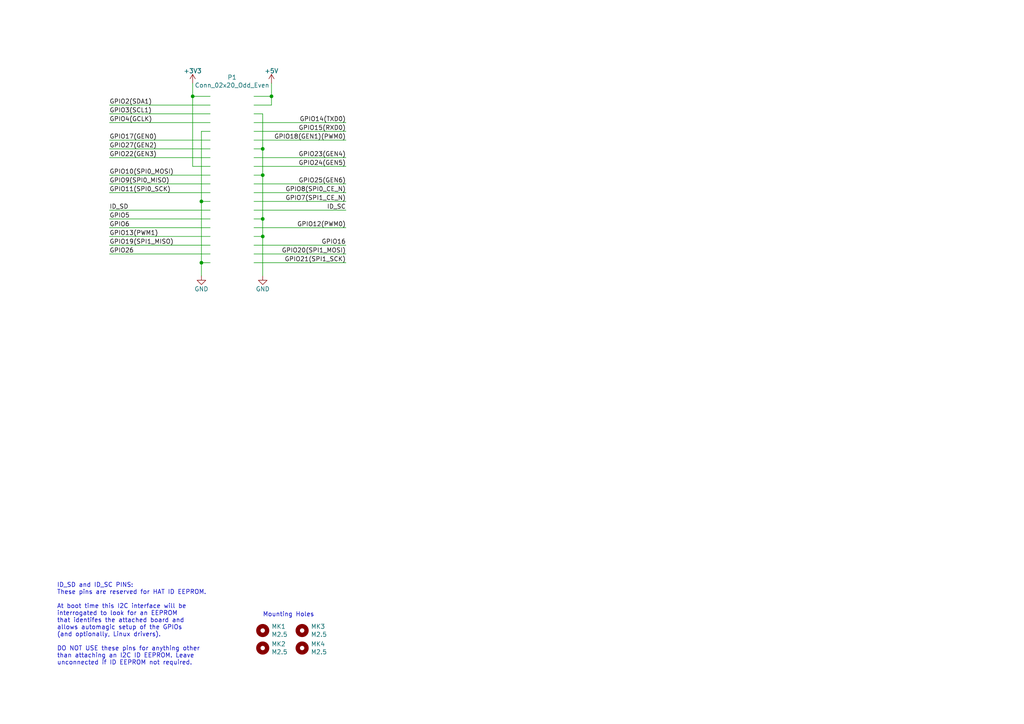
<source format=kicad_sch>
(kicad_sch (version 20230121) (generator eeschema)
  (paper "A4")
  (title_block (date "15 nov 2012"))
  (lib_symbols
    (symbol "mechanical:Mounting_Hole" (pin_names (offset 1.016))
      (property "Reference" "MK" (at 0 5.08 0))
      (property "Value" "Mounting_Hole" (at 0 3.175 0))
      (symbol "Mounting_Hole_0_1"
        (circle (center 0 0) (radius 1.27) (stroke (width 1.27)))
      )
    )
    (symbol "power1:+3.3V" (power) (pin_names (offset 0))
      (property "Value" "+3.3V" (at 0 3.556 0))
      (symbol "+3.3V_0_1"
        (polyline (pts (xy -0.762 1.27) (xy 0 2.54)))
        (polyline (pts (xy 0 0) (xy 0 2.54)))
        (polyline (pts (xy 0 2.54) (xy 0.762 1.27)))
      )
      (symbol "+3.3V_1_1"
        (pin power_in line (at 0 0 90) (length 0) hide (name "+3V3") (number "1"))
      )
    )
    (symbol "power1:+5V" (power) (pin_names (offset 0))
      (property "Value" "+5V" (at 0 3.556 0))
      (symbol "+5V_0_1"
        (polyline (pts (xy -0.762 1.27) (xy 0 2.54)))
        (polyline (pts (xy 0 0) (xy 0 2.54)))
        (polyline (pts (xy 0 2.54) (xy 0.762 1.27)))
      )
      (symbol "+5V_1_1"
        (pin power_in line (at 0 0 90) (length 0) hide (name "+5V") (number "1"))
      )
    )
    (symbol "power1:GND" (power) (pin_names (offset 0))
      (property "Value" "GND" (at 0 -3.81 0))
      (symbol "GND_0_1"
        (polyline (pts (xy 0 0) (xy 0 -1.27) (xy 1.27 -1.27) (xy 0 -2.54) (xy -1.27 -1.27) (xy 0 -1.27)))
      )
      (symbol "GND_1_1"
        (pin power_in line (at 0 0 270) (length 0) hide (name "GND") (number "1"))
      )
    )
  )
  (junction (at 76.2 43.18))
  (junction (at 76.2 50.8))
  (junction (at 78.74 27.94))
  (junction (at 58.42 76.2))
  (junction (at 76.2 68.58))
  (junction (at 76.2 63.5))
  (junction (at 55.88 27.94))
  (junction (at 58.42 58.42))
  (wire (pts (xy 76.2 50.8) (xy 73.66 50.8)))
  (wire (pts (xy 76.2 63.5) (xy 73.66 63.5)))
  (wire (pts (xy 58.42 58.42) (xy 60.96 58.42)))
  (wire (pts (xy 60.96 68.58) (xy 31.75 68.58)))
  (wire (pts (xy 73.66 60.96) (xy 100.33 60.96)))
  (wire (pts (xy 60.96 40.64) (xy 31.75 40.64)))
  (wire (pts (xy 58.42 76.2) (xy 60.96 76.2)))
  (wire (pts (xy 73.66 35.56) (xy 100.33 35.56)))
  (wire (pts (xy 58.42 38.1) (xy 58.42 58.42)))
  (wire (pts (xy 73.66 73.66) (xy 100.33 73.66)))
  (wire (pts (xy 73.66 66.04) (xy 100.33 66.04)))
  (wire (pts (xy 76.2 68.58) (xy 76.2 80.01)))
  (wire (pts (xy 58.42 38.1) (xy 60.96 38.1)))
  (wire (pts (xy 78.74 30.48) (xy 73.66 30.48)))
  (wire (pts (xy 73.66 45.72) (xy 100.33 45.72)))
  (wire (pts (xy 73.66 71.12) (xy 100.33 71.12)))
  (wire (pts (xy 55.88 27.94) (xy 55.88 48.26)))
  (wire (pts (xy 73.66 53.34) (xy 100.33 53.34)))
  (wire (pts (xy 73.66 55.88) (xy 100.33 55.88)))
  (wire (pts (xy 31.75 55.88) (xy 60.96 55.88)))
  (wire (pts (xy 55.88 48.26) (xy 60.96 48.26)))
  (wire (pts (xy 55.88 27.94) (xy 60.96 27.94)))
  (wire (pts (xy 55.88 24.13) (xy 55.88 27.94)))
  (wire (pts (xy 31.75 63.5) (xy 60.96 63.5)))
  (wire (pts (xy 31.75 35.56) (xy 60.96 35.56)))
  (wire (pts (xy 76.2 33.02) (xy 73.66 33.02)))
  (wire (pts (xy 76.2 33.02) (xy 76.2 43.18)))
  (wire (pts (xy 60.96 30.48) (xy 31.75 30.48)))
  (wire (pts (xy 73.66 38.1) (xy 100.33 38.1)))
  (wire (pts (xy 60.96 50.8) (xy 31.75 50.8)))
  (wire (pts (xy 78.74 27.94) (xy 78.74 30.48)))
  (wire (pts (xy 76.2 63.5) (xy 76.2 68.58)))
  (wire (pts (xy 76.2 68.58) (xy 73.66 68.58)))
  (wire (pts (xy 73.66 40.64) (xy 100.33 40.64)))
  (wire (pts (xy 76.2 50.8) (xy 76.2 63.5)))
  (wire (pts (xy 58.42 58.42) (xy 58.42 76.2)))
  (wire (pts (xy 76.2 43.18) (xy 73.66 43.18)))
  (wire (pts (xy 31.75 73.66) (xy 60.96 73.66)))
  (wire (pts (xy 31.75 45.72) (xy 60.96 45.72)))
  (wire (pts (xy 78.74 27.94) (xy 73.66 27.94)))
  (wire (pts (xy 73.66 48.26) (xy 100.33 48.26)))
  (wire (pts (xy 58.42 76.2) (xy 58.42 80.01)))
  (wire (pts (xy 76.2 43.18) (xy 76.2 50.8)))
  (wire (pts (xy 73.66 76.2) (xy 100.33 76.2)))
  (wire (pts (xy 31.75 53.34) (xy 60.96 53.34)))
  (wire (pts (xy 31.75 33.02) (xy 60.96 33.02)))
  (wire (pts (xy 60.96 60.96) (xy 31.75 60.96)))
  (wire (pts (xy 31.75 43.18) (xy 60.96 43.18)))
  (wire (pts (xy 78.74 24.13) (xy 78.74 27.94)))
  (wire (pts (xy 73.66 58.42) (xy 100.33 58.42)))
  (wire (pts (xy 31.75 71.12) (xy 60.96 71.12)))
  (wire (pts (xy 31.75 66.04) (xy 60.96 66.04)))
  (text "Mounting Holes" (at 76.2 179.07 0) (effects (font (size 1.27 1.27)) (justify left bottom)))
  (text "ID_SD and ID_SC PINS:\nThese pins are reserved for HAT ID EEPROM.\n\nAt boot time this I2C interface will be\ninterrogated to look for an EEPROM\nthat identifes the attached board and\nallows automagic setup of the GPIOs\n(and optionally, Linux drivers).\n\nDO NOT USE these pins for anything other\nthan attaching an I2C ID EEPROM. Leave\nunconnected if ID EEPROM not required." (at 16.51 193.04 0) (effects (font (size 1.27 1.27)) (justify left bottom)))
  (label "GPIO7(SPI1_CE_N)" (at 100.33 58.42 180))
  (label "GPIO22(GEN3)" (at 31.75 45.72 0))
  (label "GPIO11(SPI0_SCK)" (at 31.75 55.88 0))
  (label "GPIO8(SPI0_CE_N)" (at 100.33 55.88 180))
  (label "GPIO24(GEN5)" (at 100.33 48.26 180))
  (label "ID_SD" (at 31.75 60.96 0))
  (label "GPIO5" (at 31.75 63.5 0))
  (label "GPIO16" (at 100.33 71.12 180))
  (label "GPIO2(SDA1)" (at 31.75 30.48 0))
  (label "GPIO21(SPI1_SCK)" (at 100.33 76.2 180))
  (label "GPIO3(SCL1)" (at 31.75 33.02 0))
  (label "ID_SC" (at 100.33 60.96 180))
  (label "GPIO18(GEN1)(PWM0)" (at 100.33 40.64 180))
  (label "GPIO15(RXD0)" (at 100.33 38.1 180))
  (label "GPIO9(SPI0_MISO)" (at 31.75 53.34 0))
  (label "GPIO26" (at 31.75 73.66 0))
  (label "GPIO25(GEN6)" (at 100.33 53.34 180))
  (label "GPIO27(GEN2)" (at 31.75 43.18 0))
  (label "GPIO20(SPI1_MOSI)" (at 100.33 73.66 180))
  (label "GPIO12(PWM0)" (at 100.33 66.04 180))
  (label "GPIO17(GEN0)" (at 31.75 40.64 0))
  (label "GPIO6" (at 31.75 66.04 0))
  (label "GPIO10(SPI0_MOSI)" (at 31.75 50.8 0))
  (label "GPIO14(TXD0)" (at 100.33 35.56 180))
  (label "GPIO19(SPI1_MISO)" (at 31.75 71.12 0))
  (label "GPIO23(GEN4)" (at 100.33 45.72 180))
  (label "GPIO13(PWM1)" (at 31.75 68.58 0))
  (label "GPIO4(GCLK)" (at 31.75 35.56 0))
  (symbol (lib_id "power1:+5V") (at 78.74 24.13 0) (unit 1)
    (property "Reference" "#PWR01" (effects hide))
    (property "Value" "+5V" (at 78.74 20.574 0))
  )
  (symbol (lib_id "power1:+3.3V") (at 55.88 24.13 0) (unit 1)
    (property "Reference" "#PWR04" (effects hide))
    (property "Value" "+3.3V" (at 55.88 20.574 0))
  )
  (symbol (lib_id "power1:GND") (at 76.2 80.01 0) (unit 1)
    (property "Reference" "#PWR02" (effects hide))
    (property "Value" "GND" (at 76.2 83.82 0))
  )
  (symbol (lib_id "power1:GND") (at 58.42 80.01 0) (unit 1)
    (property "Reference" "#PWR03" (effects hide))
    (property "Value" "GND" (at 58.42 83.82 0))
  )
  (symbol (lib_id "mechanical:Mounting_Hole") (at 76.2 182.88 0) (unit 1)
    (property "Reference" "MK1" (at 78.74 181.7116 0) (effects (justify left)))
    (property "Value" "M2.5" (at 78.74 184.023 0) (effects (justify left)))
    (property "Footprint" "Mounting_Holes:MountingHole_2.5mm" (effects hide))
  )
  (symbol (lib_id "mechanical:Mounting_Hole") (at 87.63 182.88 0) (unit 1)
    (property "Reference" "MK3" (at 90.17 181.7116 0) (effects (justify left)))
    (property "Value" "M2.5" (at 90.17 184.023 0) (effects (justify left)))
    (property "Footprint" "Mounting_Holes:MountingHole_2.5mm" (effects hide))
  )
  (symbol (lib_id "mechanical:Mounting_Hole") (at 76.2 187.96 0) (unit 1)
    (property "Reference" "MK2" (at 78.74 186.7916 0) (effects (justify left)))
    (property "Value" "M2.5" (at 78.74 189.103 0) (effects (justify left)))
    (property "Footprint" "Mounting_Holes:MountingHole_2.5mm" (effects hide))
  )
  (symbol (lib_id "mechanical:Mounting_Hole") (at 87.63 187.96 0) (unit 1)
    (property "Reference" "MK4" (at 90.17 186.7916 0) (effects (justify left)))
    (property "Value" "M2.5" (at 90.17 189.103 0) (effects (justify left)))
    (property "Footprint" "Mounting_Holes:MountingHole_2.5mm" (effects hide))
  )
  (symbol (lib_id "Conn_02x20_Odd_Even") (at 66.04 50.8 0) (unit 1)
    (property "Reference" "P1" (at 67.31 22.4282 0))
    (property "Value" "Conn_02x20_Odd_Even" (at 67.31 24.7396 0))
  )
)
</source>
